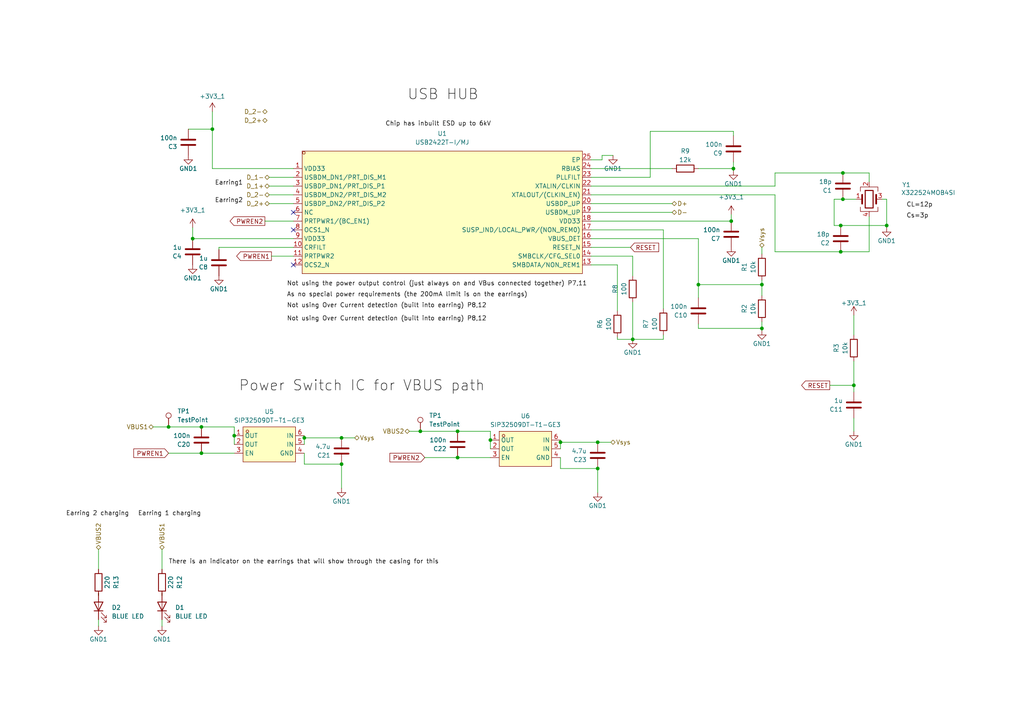
<source format=kicad_sch>
(kicad_sch (version 20230121) (generator eeschema)
  (paper "A4")
  (lib_symbols
    (symbol "Connector:TestPoint" (pin_numbers hide) (pin_names (offset 0.762) hide)
      (property "Reference" "TP" (at 0 6.858 0))
      (property "Value" "TestPoint" (at 0 5.08 0))
      (symbol "TestPoint_0_1"
        (circle (center 0 3.302) (radius 0.762))
      )
      (symbol "TestPoint_1_1"
        (pin passive line (at 0 0 90) (length 2.54) (name "1") (number "1"))
      )
    )
    (symbol "CustomPWR:+3V3_1" (power) (pin_names (offset 0))
      (property "Value" "+3V3_1" (at 0 3.556 0))
      (symbol "+3V3_1_0_1"
        (polyline (pts (xy -0.762 1.27) (xy 0 2.54)))
        (polyline (pts (xy 0 0) (xy 0 2.54)))
        (polyline (pts (xy 0 2.54) (xy 0.762 1.27)))
      )
      (symbol "+3V3_1_1_1"
        (pin power_in line (at 0 0 90) (length 0) hide (name "+3V3_1") (number "1"))
      )
    )
    (symbol "Device:C" (pin_numbers hide) (pin_names (offset 0.254))
      (property "Reference" "C" (at 0.635 2.54 0))
      (property "Value" "C" (at 0.635 -2.54 0))
      (symbol "C_0_1"
        (polyline (pts (xy -2.032 -0.762) (xy 2.032 -0.762)) (stroke (width 0.508)))
        (polyline (pts (xy -2.032 0.762) (xy 2.032 0.762)) (stroke (width 0.508)))
      )
      (symbol "C_1_1"
        (pin passive line (at 0 3.81 270) (length 2.794) (name "~") (number "1"))
        (pin passive line (at 0 -3.81 90) (length 2.794) (name "~") (number "2"))
      )
    )
    (symbol "Device:Crystal_GND24" (pin_names (offset 1.016) hide)
      (property "Reference" "Y" (at 3.175 5.08 0))
      (property "Value" "Crystal_GND24" (at 3.175 3.175 0))
      (symbol "Crystal_GND24_0_1"
        (rectangle (start -1.143 2.54) (end 1.143 -2.54) (stroke (width 0.3048)))
        (polyline (pts (xy -2.54 0) (xy -2.032 0)))
        (polyline (pts (xy -2.032 -1.27) (xy -2.032 1.27)) (stroke (width 0.508)))
        (polyline (pts (xy 0 -3.81) (xy 0 -3.556)))
        (polyline (pts (xy 0 3.556) (xy 0 3.81)))
        (polyline (pts (xy 2.032 -1.27) (xy 2.032 1.27)) (stroke (width 0.508)))
        (polyline (pts (xy 2.032 0) (xy 2.54 0)))
        (polyline (pts (xy -2.54 -2.286) (xy -2.54 -3.556) (xy 2.54 -3.556) (xy 2.54 -2.286)))
        (polyline (pts (xy -2.54 2.286) (xy -2.54 3.556) (xy 2.54 3.556) (xy 2.54 2.286)))
      )
      (symbol "Crystal_GND24_1_1"
        (pin passive line (at -3.81 0 0) (length 1.27) (name "1") (number "1"))
        (pin passive line (at 0 5.08 270) (length 1.27) (name "2") (number "2"))
        (pin passive line (at 3.81 0 180) (length 1.27) (name "3") (number "3"))
        (pin passive line (at 0 -5.08 90) (length 1.27) (name "4") (number "4"))
      )
    )
    (symbol "Device:LED" (pin_numbers hide) (pin_names (offset 1.016) hide)
      (property "Reference" "D" (at 0 2.54 0))
      (property "Value" "LED" (at 0 -2.54 0))
      (symbol "LED_0_1"
        (polyline (pts (xy -1.27 -1.27) (xy -1.27 1.27)) (stroke (width 0.254)))
        (polyline (pts (xy -1.27 0) (xy 1.27 0)))
        (polyline (pts (xy 1.27 -1.27) (xy 1.27 1.27) (xy -1.27 0) (xy 1.27 -1.27)) (stroke (width 0.254)))
        (polyline (pts (xy -3.048 -0.762) (xy -4.572 -2.286) (xy -3.81 -2.286) (xy -4.572 -2.286) (xy -4.572 -1.524)))
        (polyline (pts (xy -1.778 -0.762) (xy -3.302 -2.286) (xy -2.54 -2.286) (xy -3.302 -2.286) (xy -3.302 -1.524)))
      )
      (symbol "LED_1_1"
        (pin passive line (at -3.81 0 0) (length 2.54) (name "K") (number "1"))
        (pin passive line (at 3.81 0 180) (length 2.54) (name "A") (number "2"))
      )
    )
    (symbol "Device:R" (pin_numbers hide) (pin_names (offset 0))
      (property "Reference" "R" (at 2.032 0 90))
      (property "Value" "R" (at 0 0 90))
      (symbol "R_0_1"
        (rectangle (start -1.016 -2.54) (end 1.016 2.54) (stroke (width 0.254)))
      )
      (symbol "R_1_1"
        (pin passive line (at 0 3.81 270) (length 1.27) (name "~") (number "1"))
        (pin passive line (at 0 -3.81 90) (length 1.27) (name "~") (number "2"))
      )
    )
    (symbol "easyeda2kicad:SIP32509DT-T1-GE3"
      (property "Reference" "U" (at 0 7.62 0))
      (property "Value" "SIP32509DT-T1-GE3" (at 0 -7.62 0))
      (symbol "SIP32509DT-T1-GE3_0_1"
        (rectangle (start -7.62 5.08) (end 7.62 -5.08) (fill (type background)))
        (circle (center -6.35 3.81) (radius 0.38))
        (pin unspecified line (at -10.16 2.54 0) (length 2.54) (name "OUT") (number "1"))
        (pin unspecified line (at -10.16 0 0) (length 2.54) (name "OUT") (number "2"))
        (pin unspecified line (at -10.16 -2.54 0) (length 2.54) (name "EN") (number "3"))
        (pin unspecified line (at 10.16 -2.54 180) (length 2.54) (name "GND") (number "4"))
        (pin unspecified line (at 10.16 0 180) (length 2.54) (name "IN") (number "5"))
        (pin unspecified line (at 10.16 2.54 180) (length 2.54) (name "IN") (number "6"))
      )
    )
    (symbol "easyeda2kicad:USB2422T-I_MJ"
      (property "Reference" "U" (at 0 20.32 0))
      (property "Value" "USB2422T-I/MJ" (at 0 -20.32 0))
      (symbol "USB2422T-I_MJ_0_1"
        (rectangle (start -40.64 17.78) (end 40.64 -17.78) (fill (type background)))
        (circle (center -40.13 17.27) (radius 0.38))
        (pin unspecified line (at -43.18 12.7 0) (length 2.54) (name "VDD33") (number "1"))
        (pin unspecified line (at -43.18 -10.16 0) (length 2.54) (name "CRFILT") (number "10"))
        (pin unspecified line (at -43.18 -12.7 0) (length 2.54) (name "PRTPWR2") (number "11"))
        (pin unspecified line (at -43.18 -15.24 0) (length 2.54) (name "OCS2_N") (number "12"))
        (pin unspecified line (at 43.18 -15.24 180) (length 2.54) (name "SMBDATA/NON_REM1") (number "13"))
        (pin unspecified line (at 43.18 -12.7 180) (length 2.54) (name "SMBCLK/CFG_SEL0") (number "14"))
        (pin unspecified line (at 43.18 -10.16 180) (length 2.54) (name "RESET_N") (number "15"))
        (pin unspecified line (at 43.18 -7.62 180) (length 2.54) (name "VBUS_DET") (number "16"))
        (pin unspecified line (at 43.18 -5.08 180) (length 2.54) (name "SUSP_IND/LOCAL_PWR/(NON_REM0)") (number "17"))
        (pin unspecified line (at 43.18 -2.54 180) (length 2.54) (name "VDD33") (number "18"))
        (pin unspecified line (at 43.18 0 180) (length 2.54) (name "USBDM_UP") (number "19"))
        (pin unspecified line (at -43.18 10.16 0) (length 2.54) (name "USBDM_DN1/PRT_DIS_M1") (number "2"))
        (pin unspecified line (at 43.18 2.54 180) (length 2.54) (name "USBDP_UP") (number "20"))
        (pin unspecified line (at 43.18 5.08 180) (length 2.54) (name "XTALOUT/(CLKIN_EN)") (number "21"))
        (pin unspecified line (at 43.18 7.62 180) (length 2.54) (name "XTALIN/CLKIN") (number "22"))
        (pin unspecified line (at 43.18 10.16 180) (length 2.54) (name "PLLFILT") (number "23"))
        (pin unspecified line (at 43.18 12.7 180) (length 2.54) (name "RBIAS") (number "24"))
        (pin unspecified line (at 43.18 15.24 180) (length 2.54) (name "EP") (number "25"))
        (pin unspecified line (at -43.18 7.62 0) (length 2.54) (name "USBDP_DN1/PRT_DIS_P1") (number "3"))
        (pin unspecified line (at -43.18 5.08 0) (length 2.54) (name "USBDM_DN2/PRT_DIS_M2") (number "4"))
        (pin unspecified line (at -43.18 2.54 0) (length 2.54) (name "USBDP_DN2/PRT_DIS_P2") (number "5"))
        (pin unspecified line (at -43.18 0 0) (length 2.54) (name "NC") (number "6"))
        (pin unspecified line (at -43.18 -2.54 0) (length 2.54) (name "PRTPWR1/(BC_EN1)") (number "7"))
        (pin unspecified line (at -43.18 -5.08 0) (length 2.54) (name "OCS1_N") (number "8"))
        (pin unspecified line (at -43.18 -7.62 0) (length 2.54) (name "VDD33") (number "9"))
      )
    )
    (symbol "power:GND1" (power) (pin_names (offset 0))
      (property "Value" "GND1" (at 0 -3.81 0))
      (symbol "GND1_0_1"
        (polyline (pts (xy 0 0) (xy 0 -1.27) (xy 1.27 -1.27) (xy 0 -2.54) (xy -1.27 -1.27) (xy 0 -1.27)))
      )
      (symbol "GND1_1_1"
        (pin power_in line (at 0 0 270) (length 0) hide (name "GND1") (number "1"))
      )
    )
  )
  (junction (at 99.06 127))
  (junction (at 243.84 73.025))
  (junction (at 183.515 98.425))
  (junction (at 244.475 57.785))
  (junction (at 212.725 48.895))
  (junction (at 247.65 111.76))
  (junction (at 132.715 132.715))
  (junction (at 173.355 128.27))
  (junction (at 48.895 123.825))
  (junction (at 88.265 127))
  (junction (at 58.42 123.825))
  (junction (at 162.56 128.27))
  (junction (at 202.565 82.55))
  (junction (at 220.98 95.25))
  (junction (at 99.06 134.62))
  (junction (at 121.92 125.095))
  (junction (at 243.84 65.405))
  (junction (at 67.945 126.365))
  (junction (at 132.715 125.095))
  (junction (at 55.88 69.215))
  (junction (at 220.98 82.55))
  (junction (at 212.09 64.135))
  (junction (at 142.24 127.635))
  (junction (at 244.475 50.165))
  (junction (at 173.355 135.89))
  (junction (at 61.595 37.465))
  (junction (at 58.42 131.445))
  (junction (at 257.175 65.405))
  (no_connect (at 85.09 66.675))
  (no_connect (at 85.09 61.595))
  (no_connect (at 85.09 76.835))
  (wire (pts (xy 244.475 50.165) (xy 252.095 50.165)))
  (wire (pts (xy 247.65 111.76) (xy 247.65 104.775)))
  (wire (pts (xy 99.06 127) (xy 102.87 127)))
  (wire (pts (xy 220.98 95.885) (xy 220.98 95.25)))
  (wire (pts (xy 188.595 38.1) (xy 212.725 38.1)))
  (wire (pts (xy 55.88 66.04) (xy 55.88 69.215)))
  (wire (pts (xy 212.725 49.53) (xy 212.725 48.895)))
  (wire (pts (xy 67.945 123.825) (xy 67.945 126.365)))
  (wire (pts (xy 220.98 85.725) (xy 220.98 82.55)))
  (wire (pts (xy 171.45 59.055) (xy 194.945 59.055)))
  (wire (pts (xy 179.07 98.425) (xy 179.07 97.79)))
  (wire (pts (xy 220.98 95.25) (xy 220.98 93.345)))
  (wire (pts (xy 118.745 125.095) (xy 121.92 125.095)))
  (wire (pts (xy 171.45 61.595) (xy 194.945 61.595)))
  (wire (pts (xy 63.5 72.39) (xy 63.5 71.755)))
  (wire (pts (xy 220.98 73.66) (xy 220.98 71.755)))
  (wire (pts (xy 182.88 71.755) (xy 171.45 71.755)))
  (wire (pts (xy 171.45 74.295) (xy 183.515 74.295)))
  (wire (pts (xy 162.56 135.89) (xy 162.56 132.715)))
  (wire (pts (xy 188.595 51.435) (xy 188.595 38.1)))
  (wire (pts (xy 54.61 37.465) (xy 61.595 37.465)))
  (wire (pts (xy 248.285 57.785) (xy 244.475 57.785)))
  (wire (pts (xy 202.565 82.55) (xy 202.565 69.215)))
  (wire (pts (xy 220.98 81.28) (xy 220.98 82.55)))
  (wire (pts (xy 202.565 82.55) (xy 202.565 86.36)))
  (wire (pts (xy 55.88 69.215) (xy 85.09 69.215)))
  (wire (pts (xy 171.45 64.135) (xy 212.09 64.135)))
  (wire (pts (xy 46.99 159.385) (xy 46.99 165.1)))
  (wire (pts (xy 202.565 95.25) (xy 202.565 93.98)))
  (wire (pts (xy 88.265 127) (xy 88.265 128.905)))
  (wire (pts (xy 257.175 57.785) (xy 255.905 57.785)))
  (wire (pts (xy 247.65 91.44) (xy 247.65 97.155)))
  (wire (pts (xy 132.715 132.715) (xy 142.24 132.715)))
  (wire (pts (xy 244.475 57.785) (xy 241.935 57.785)))
  (wire (pts (xy 142.24 127.635) (xy 142.24 130.175)))
  (wire (pts (xy 171.45 48.895) (xy 194.945 48.895)))
  (wire (pts (xy 183.515 98.425) (xy 179.07 98.425)))
  (wire (pts (xy 247.65 111.76) (xy 247.65 113.665)))
  (wire (pts (xy 241.935 57.785) (xy 241.935 65.405)))
  (wire (pts (xy 162.56 128.27) (xy 162.56 130.175)))
  (wire (pts (xy 171.45 51.435) (xy 188.595 51.435)))
  (wire (pts (xy 224.79 73.025) (xy 243.84 73.025)))
  (wire (pts (xy 88.265 134.62) (xy 88.265 131.445)))
  (wire (pts (xy 183.515 80.01) (xy 183.515 74.295)))
  (wire (pts (xy 174.625 46.355) (xy 171.45 46.355)))
  (wire (pts (xy 192.405 97.155) (xy 192.405 98.425)))
  (wire (pts (xy 28.575 179.705) (xy 28.575 181.61)))
  (wire (pts (xy 243.84 65.405) (xy 257.175 65.405)))
  (wire (pts (xy 173.355 135.89) (xy 162.56 135.89)))
  (wire (pts (xy 202.565 95.25) (xy 220.98 95.25)))
  (wire (pts (xy 46.99 172.72) (xy 46.99 172.085)))
  (wire (pts (xy 78.105 56.515) (xy 85.09 56.515)))
  (wire (pts (xy 61.595 37.465) (xy 61.595 48.895)))
  (wire (pts (xy 240.665 111.76) (xy 247.65 111.76)))
  (wire (pts (xy 88.265 127) (xy 99.06 127)))
  (wire (pts (xy 48.895 123.825) (xy 58.42 123.825)))
  (wire (pts (xy 67.945 126.365) (xy 67.945 128.905)))
  (wire (pts (xy 132.715 125.095) (xy 142.24 125.095)))
  (wire (pts (xy 78.105 59.055) (xy 85.09 59.055)))
  (wire (pts (xy 61.595 32.385) (xy 61.595 37.465)))
  (wire (pts (xy 28.575 172.72) (xy 28.575 172.085)))
  (wire (pts (xy 174.625 45.085) (xy 174.625 46.355)))
  (wire (pts (xy 58.42 123.825) (xy 67.945 123.825)))
  (wire (pts (xy 171.45 66.675) (xy 192.405 66.675)))
  (wire (pts (xy 76.835 64.135) (xy 85.09 64.135)))
  (wire (pts (xy 252.095 73.025) (xy 252.095 62.865)))
  (wire (pts (xy 123.19 132.715) (xy 132.715 132.715)))
  (wire (pts (xy 243.84 73.025) (xy 252.095 73.025)))
  (wire (pts (xy 212.725 46.99) (xy 212.725 48.895)))
  (wire (pts (xy 224.79 50.165) (xy 244.475 50.165)))
  (wire (pts (xy 241.935 65.405) (xy 243.84 65.405)))
  (wire (pts (xy 224.79 73.025) (xy 224.79 56.515)))
  (wire (pts (xy 48.895 131.445) (xy 58.42 131.445)))
  (wire (pts (xy 257.175 65.405) (xy 257.175 57.785)))
  (wire (pts (xy 162.56 128.27) (xy 162.56 127.635)))
  (wire (pts (xy 44.45 123.825) (xy 48.895 123.825)))
  (wire (pts (xy 177.8 45.085) (xy 174.625 45.085)))
  (wire (pts (xy 171.45 69.215) (xy 202.565 69.215)))
  (wire (pts (xy 99.06 141.605) (xy 99.06 134.62)))
  (wire (pts (xy 212.725 38.1) (xy 212.725 39.37)))
  (wire (pts (xy 63.5 71.755) (xy 85.09 71.755)))
  (wire (pts (xy 171.45 56.515) (xy 224.79 56.515)))
  (wire (pts (xy 121.92 125.095) (xy 132.715 125.095)))
  (wire (pts (xy 162.56 128.27) (xy 173.355 128.27)))
  (wire (pts (xy 171.45 53.975) (xy 224.79 53.975)))
  (wire (pts (xy 192.405 89.535) (xy 192.405 66.675)))
  (wire (pts (xy 202.565 48.895) (xy 212.725 48.895)))
  (wire (pts (xy 78.74 74.295) (xy 85.09 74.295)))
  (wire (pts (xy 99.06 134.62) (xy 88.265 134.62)))
  (wire (pts (xy 88.265 127) (xy 88.265 126.365)))
  (wire (pts (xy 46.99 179.705) (xy 46.99 181.61)))
  (wire (pts (xy 252.095 50.165) (xy 252.095 52.705)))
  (wire (pts (xy 58.42 131.445) (xy 67.945 131.445)))
  (wire (pts (xy 28.575 159.385) (xy 28.575 165.1)))
  (wire (pts (xy 247.65 121.285) (xy 247.65 125.095)))
  (wire (pts (xy 224.79 50.165) (xy 224.79 53.975)))
  (wire (pts (xy 179.07 90.17) (xy 179.07 76.835)))
  (wire (pts (xy 212.09 62.23) (xy 212.09 64.135)))
  (wire (pts (xy 142.24 125.095) (xy 142.24 127.635)))
  (wire (pts (xy 192.405 98.425) (xy 183.515 98.425)))
  (wire (pts (xy 173.355 142.875) (xy 173.355 135.89)))
  (wire (pts (xy 78.105 51.435) (xy 85.09 51.435)))
  (wire (pts (xy 183.515 87.63) (xy 183.515 98.425)))
  (wire (pts (xy 257.175 66.04) (xy 257.175 65.405)))
  (wire (pts (xy 78.105 53.975) (xy 85.09 53.975)))
  (wire (pts (xy 85.09 48.895) (xy 61.595 48.895)))
  (wire (pts (xy 202.565 82.55) (xy 220.98 82.55)))
  (wire (pts (xy 171.45 76.835) (xy 179.07 76.835)))
  (wire (pts (xy 173.355 128.27) (xy 177.165 128.27)))
  (label "Earring2" (at 70.485 59.055 180))
  (label "USB HUB" (at 118.11 29.845 0) (effects (font (size 3 3))))
  (label "Cs=3p" (at 262.89 63.5 0))
  (label "Earring 2 charging" (at 37.465 149.86 180))
  (label "Not using Over Current detection (built into earring) P8,12" (at 83.185 93.345 0))
  (label "Earring 1 charging" (at 40.005 149.86 0))
  (label "Chip has inbuilt ESD up to 6kV" (at 111.76 36.83 0))
  (label "CL=12p" (at 262.89 60.325 0))
  (label "Not using the power output control (just always on and VBus connected together) P7,11" (at 83.185 83.185 0))
  (label "Power Switch IC for VBUS path" (at 69.215 114.3 0) (effects (font (size 3 3))))
  (label "There is an indicator on the earrings that will show through the casing for this" (at 48.895 163.83 0))
  (label "Earring1" (at 70.485 53.975 180))
  (label "As no special power requirements (the 200mA limit is on the earrings)" (at 83.185 86.36 0))
  (label "Not using Over Current detection (built into earring) P8,12" (at 83.185 89.535 0))
  (global_label "PWREN1" (shape output) (at 78.74 74.295 180) (property "Intersheetrefs" "${INTERSHEET_REFS}" (effects hide)))
  (global_label "PWREN1" (shape input) (at 48.895 131.445 180) (property "Intersheetrefs" "${INTERSHEET_REFS}" (effects hide)))
  (global_label "RESET" (shape input) (at 182.88 71.755 0) (property "Intersheetrefs" "${INTERSHEET_REFS}" (effects hide)))
  (global_label "PWREN2" (shape output) (at 76.835 64.135 180) (property "Intersheetrefs" "${INTERSHEET_REFS}" (effects hide)))
  (global_label "PWREN2" (shape input) (at 123.19 132.715 180) (property "Intersheetrefs" "${INTERSHEET_REFS}" (effects hide)))
  (global_label "RESET" (shape output) (at 240.665 111.76 180) (property "Intersheetrefs" "${INTERSHEET_REFS}" (effects hide)))
  (hierarchical_label "D_2+" (shape bidirectional) (at 77.47 34.925 180))
  (hierarchical_label "D_2-" (shape bidirectional) (at 78.105 56.515 180))
  (hierarchical_label "D-" (shape bidirectional) (at 194.945 61.595 0))
  (hierarchical_label "Vsys" (shape bidirectional) (at 220.98 71.755 90))
  (hierarchical_label "Vsys" (shape bidirectional) (at 102.87 127 0))
  (hierarchical_label "D_1-" (shape bidirectional) (at 78.105 51.435 180))
  (hierarchical_label "D_2-" (shape bidirectional) (at 77.47 32.385 180))
  (hierarchical_label "D_1+" (shape bidirectional) (at 78.105 53.975 180))
  (hierarchical_label "D+" (shape bidirectional) (at 194.945 59.055 0))
  (hierarchical_label "VBUS1" (shape bidirectional) (at 44.45 123.825 180))
  (hierarchical_label "D_2+" (shape bidirectional) (at 78.105 59.055 180))
  (hierarchical_label "VBUS1" (shape bidirectional) (at 46.99 159.385 90))
  (hierarchical_label "VBUS2" (shape bidirectional) (at 28.575 159.385 90))
  (hierarchical_label "VBUS2" (shape bidirectional) (at 118.745 125.095 180))
  (hierarchical_label "Vsys" (shape bidirectional) (at 177.165 128.27 0))
  (symbol (lib_id "Device:R") (at 28.575 168.91 0) (unit 1)
    (property "Reference" "R13" (at 33.655 168.91 90))
    (property "Value" "220" (at 31.115 168.91 90))
    (property "Footprint" "Resistor_SMD:R_0402_1005Metric_Pad0.72x0.64mm_HandSolder" (effects hide))
    (property "LCSC Part" "C112291" (effects hide))
  )
  (symbol (lib_id "easyeda2kicad:SIP32509DT-T1-GE3") (at 152.4 130.175 0) (unit 1)
    (property "Reference" "U6" (at 152.4 120.65 0))
    (property "Value" "SIP32509DT-T1-GE3" (at 152.4 123.19 0))
    (property "Footprint" "Package_TO_SOT_SMD:SOT-23-6_Handsoldering" (effects hide))
    (property "Datasheet" "https://lcsc.com/product-detail/Others_Vishay-Intertech-SIP32509DT-T1-GE3_C335619.html" (effects hide))
    (property "LCSC Part" "C335619" (effects hide))
  )
  (symbol (lib_id "Connector:TestPoint") (at 121.92 125.095 0) (unit 1)
    (property "Reference" "TP1" (at 124.46 120.523 0) (effects (justify left)))
    (property "Value" "TestPoint" (at 124.46 123.063 0) (effects (justify left)))
    (property "Footprint" "TestPoint:TestPoint_Pad_D1.0mm" (effects hide))
  )
  (symbol (lib_id "Device:C") (at 212.09 67.945 180) (unit 1)
    (property "Reference" "C7" (at 208.915 69.215 0) (effects (justify left)))
    (property "Value" "100n" (at 208.915 66.675 0) (effects (justify left)))
    (property "Footprint" "Capacitor_SMD:C_0402_1005Metric_Pad0.74x0.62mm_HandSolder" (effects hide))
    (property "LCSC Part" "C60474 " (effects hide))
  )
  (symbol (lib_id "Device:C") (at 54.61 41.275 180) (unit 1)
    (property "Reference" "C3" (at 51.435 42.545 0) (effects (justify left)))
    (property "Value" "100n" (at 51.435 40.005 0) (effects (justify left)))
    (property "Footprint" "Capacitor_SMD:C_0402_1005Metric_Pad0.74x0.62mm_HandSolder" (effects hide))
    (property "LCSC Part" "C60474 " (effects hide))
  )
  (symbol (lib_id "Device:R") (at 46.99 168.91 0) (unit 1)
    (property "Reference" "R12" (at 52.07 168.91 90))
    (property "Value" "220" (at 49.53 168.91 90))
    (property "Footprint" "Resistor_SMD:R_0402_1005Metric_Pad0.72x0.64mm_HandSolder" (effects hide))
    (property "LCSC Part" "C112291" (effects hide))
  )
  (symbol (lib_id "Device:R") (at 247.65 100.965 180) (unit 1)
    (property "Reference" "R3" (at 242.57 100.965 90))
    (property "Value" "10k" (at 245.11 100.965 90))
    (property "Footprint" "Resistor_SMD:R_0402_1005Metric_Pad0.72x0.64mm_HandSolder" (effects hide))
    (property "LCSC Part" "C60490 " (effects hide))
  )
  (symbol (lib_id "Connector:TestPoint") (at 48.895 123.825 0) (unit 1)
    (property "Reference" "TP1" (at 51.435 119.253 0) (effects (justify left)))
    (property "Value" "TestPoint" (at 51.435 121.793 0) (effects (justify left)))
    (property "Footprint" "TestPoint:TestPoint_Pad_D1.0mm" (effects hide))
  )
  (symbol (lib_id "power:GND1") (at 257.175 66.04 0) (unit 1)
    (property "Reference" "#PWR?" (effects hide))
    (property "Value" "GND1" (at 257.175 69.85 0))
  )
  (symbol (lib_id "easyeda2kicad:USB2422T-I_MJ") (at 128.27 61.595 0) (unit 1)
    (property "Reference" "U1" (at 128.27 38.735 0))
    (property "Value" "USB2422T-I/MJ" (at 128.27 41.275 0))
    (property "Footprint" "Package_DFN_QFN:HVQFN-24-1EP_4x4mm_P0.5mm_EP2.5x2.5mm_ThermalVias" (effects hide))
    (property "LCSC Part" "C622610" (effects hide))
  )
  (symbol (lib_id "Device:C") (at 173.355 132.08 180) (unit 1)
    (property "Reference" "C23" (at 170.18 133.35 0) (effects (justify left)))
    (property "Value" "4.7u" (at 170.18 130.81 0) (effects (justify left)))
    (property "Footprint" "Capacitor_SMD:C_0402_1005Metric_Pad0.74x0.62mm_HandSolder" (effects hide))
  )
  (symbol (lib_id "power:GND1") (at 173.355 142.875 0) (unit 1)
    (property "Reference" "#PWR?" (effects hide))
    (property "Value" "GND1" (at 173.355 146.685 0))
  )
  (symbol (lib_id "CustomPWR:+3V3_1") (at 55.88 66.04 0) (mirror y) (unit 1)
    (property "Reference" "#PWR05" (effects hide))
    (property "Value" "+3V3_1" (at 55.88 60.96 0))
  )
  (symbol (lib_id "Device:R") (at 198.755 48.895 270) (mirror x) (unit 1)
    (property "Reference" "R9" (at 198.755 43.815 90))
    (property "Value" "12k" (at 198.755 46.355 90))
    (property "Footprint" "Resistor_SMD:R_0402_1005Metric_Pad0.72x0.64mm_HandSolder" (effects hide))
    (property "LCSC Part" "C137923" (effects hide))
  )
  (symbol (lib_id "Device:R") (at 220.98 89.535 180) (unit 1)
    (property "Reference" "R2" (at 215.9 89.535 90))
    (property "Value" "10k" (at 218.44 89.535 90))
    (property "Footprint" "Resistor_SMD:R_0402_1005Metric_Pad0.72x0.64mm_HandSolder" (effects hide))
  )
  (symbol (lib_id "Device:Crystal_GND24") (at 252.095 57.785 0) (unit 1)
    (property "Reference" "Y1" (at 262.89 53.5941 0))
    (property "Value" "X322524MOB4SI" (at 269.24 55.88 0))
    (property "Footprint" "easyeda2kicad:CRYSTAL-SMD_4P-L3.2-W2.5-BL" (effects hide))
    (property "LCSC Part" "C70590 " (effects hide))
  )
  (symbol (lib_id "power:GND1") (at 177.8 45.085 0) (unit 1)
    (property "Reference" "#PWR?" (effects hide))
    (property "Value" "GND1" (at 177.8 48.895 0))
  )
  (symbol (lib_id "Device:C") (at 63.5 76.2 180) (unit 1)
    (property "Reference" "C8" (at 60.325 77.47 0) (effects (justify left)))
    (property "Value" "1u" (at 60.325 74.93 0) (effects (justify left)))
    (property "Footprint" "Capacitor_SMD:C_0402_1005Metric_Pad0.74x0.62mm_HandSolder" (effects hide))
    (property "LCSC Part" "C14445 " (effects hide))
  )
  (symbol (lib_id "Device:C") (at 55.88 73.025 180) (unit 1)
    (property "Reference" "C4" (at 52.705 74.295 0) (effects (justify left)))
    (property "Value" "1u" (at 52.705 71.755 0) (effects (justify left)))
    (property "Footprint" "Capacitor_SMD:C_0402_1005Metric_Pad0.74x0.62mm_HandSolder" (effects hide))
    (property "LCSC Part" "C14445 " (effects hide))
  )
  (symbol (lib_id "power:GND1") (at 220.98 95.885 0) (unit 1)
    (property "Reference" "#PWR?" (effects hide))
    (property "Value" "GND1" (at 220.98 99.695 0))
  )
  (symbol (lib_id "Device:C") (at 202.565 90.17 180) (unit 1)
    (property "Reference" "C10" (at 199.39 91.44 0) (effects (justify left)))
    (property "Value" "100n" (at 199.39 88.9 0) (effects (justify left)))
    (property "Footprint" "Capacitor_SMD:C_0402_1005Metric_Pad0.74x0.62mm_HandSolder" (effects hide))
  )
  (symbol (lib_id "Device:C") (at 132.715 128.905 180) (unit 1)
    (property "Reference" "C22" (at 129.54 130.175 0) (effects (justify left)))
    (property "Value" "100n" (at 129.54 127.635 0) (effects (justify left)))
    (property "Footprint" "Capacitor_SMD:C_0402_1005Metric_Pad0.74x0.62mm_HandSolder" (effects hide))
    (property "LCSC Part" "C60474 " (effects hide))
  )
  (symbol (lib_id "power:GND1") (at 28.575 181.61 0) (unit 1)
    (property "Reference" "#PWR?" (effects hide))
    (property "Value" "GND1" (at 28.575 185.42 0))
  )
  (symbol (lib_id "Device:C") (at 247.65 117.475 180) (unit 1)
    (property "Reference" "C11" (at 244.475 118.745 0) (effects (justify left)))
    (property "Value" "1u" (at 244.475 116.205 0) (effects (justify left)))
    (property "Footprint" "Capacitor_SMD:C_0402_1005Metric_Pad0.74x0.62mm_HandSolder" (effects hide))
    (property "LCSC Part" "C14445 " (effects hide))
  )
  (symbol (lib_id "power:GND1") (at 247.65 125.095 0) (unit 1)
    (property "Reference" "#PWR?" (effects hide))
    (property "Value" "GND1" (at 247.65 128.905 0))
  )
  (symbol (lib_id "CustomPWR:+3V3_1") (at 212.09 62.23 0) (mirror y) (unit 1)
    (property "Reference" "#PWR04" (effects hide))
    (property "Value" "+3V3_1" (at 212.09 57.15 0))
  )
  (symbol (lib_id "Device:R") (at 179.07 93.98 180) (unit 1)
    (property "Reference" "R6" (at 173.99 93.98 90))
    (property "Value" "100" (at 176.53 93.98 90))
    (property "Footprint" "Resistor_SMD:R_0402_1005Metric_Pad0.72x0.64mm_HandSolder" (effects hide))
    (property "LCSC Part" "C3015757 " (effects hide))
  )
  (symbol (lib_id "Device:R") (at 183.515 83.82 180) (unit 1)
    (property "Reference" "R8" (at 178.435 83.82 90))
    (property "Value" "100" (at 180.975 83.82 90))
    (property "Footprint" "Resistor_SMD:R_0402_1005Metric_Pad0.72x0.64mm_HandSolder" (effects hide))
    (property "LCSC Part" "C3015757 " (effects hide))
  )
  (symbol (lib_id "power:GND1") (at 55.88 76.835 0) (unit 1)
    (property "Reference" "#PWR?" (effects hide))
    (property "Value" "GND1" (at 55.88 80.645 0))
  )
  (symbol (lib_id "Device:C") (at 212.725 43.18 180) (unit 1)
    (property "Reference" "C9" (at 209.55 44.45 0) (effects (justify left)))
    (property "Value" "100n" (at 209.55 41.91 0) (effects (justify left)))
    (property "Footprint" "Capacitor_SMD:C_0402_1005Metric_Pad0.74x0.62mm_HandSolder" (effects hide))
    (property "LCSC Part" "C60474 " (effects hide))
  )
  (symbol (lib_id "power:GND1") (at 46.99 181.61 0) (unit 1)
    (property "Reference" "#PWR?" (effects hide))
    (property "Value" "GND1" (at 46.99 185.42 0))
  )
  (symbol (lib_id "Device:C") (at 58.42 127.635 180) (unit 1)
    (property "Reference" "C20" (at 55.245 128.905 0) (effects (justify left)))
    (property "Value" "100n" (at 55.245 126.365 0) (effects (justify left)))
    (property "Footprint" "Capacitor_SMD:C_0402_1005Metric_Pad0.74x0.62mm_HandSolder" (effects hide))
    (property "LCSC Part" "C60474 " (effects hide))
  )
  (symbol (lib_id "easyeda2kicad:SIP32509DT-T1-GE3") (at 78.105 128.905 0) (unit 1)
    (property "Reference" "U5" (at 78.105 119.38 0))
    (property "Value" "SIP32509DT-T1-GE3" (at 78.105 121.92 0))
    (property "Footprint" "Package_TO_SOT_SMD:SOT-23-6_Handsoldering" (effects hide))
    (property "Datasheet" "https://lcsc.com/product-detail/Others_Vishay-Intertech-SIP32509DT-T1-GE3_C335619.html" (effects hide))
    (property "LCSC Part" "C335619" (effects hide))
  )
  (symbol (lib_id "CustomPWR:+3V3_1") (at 61.595 32.385 0) (mirror y) (unit 1)
    (property "Reference" "#PWR018" (effects hide))
    (property "Value" "+3V3_1" (at 61.595 27.94 0))
  )
  (symbol (lib_id "power:GND1") (at 212.725 49.53 0) (unit 1)
    (property "Reference" "#PWR?" (effects hide))
    (property "Value" "GND1" (at 212.725 53.34 0))
  )
  (symbol (lib_id "Device:R") (at 192.405 93.345 180) (unit 1)
    (property "Reference" "R7" (at 187.325 93.98 90))
    (property "Value" "100" (at 189.865 93.98 90))
    (property "Footprint" "Resistor_SMD:R_0402_1005Metric_Pad0.72x0.64mm_HandSolder" (effects hide))
    (property "LCSC Part" "C3015757 " (effects hide))
  )
  (symbol (lib_id "Device:C") (at 99.06 130.81 180) (unit 1)
    (property "Reference" "C21" (at 95.885 132.08 0) (effects (justify left)))
    (property "Value" "4.7u" (at 95.885 129.54 0) (effects (justify left)))
    (property "Footprint" "Capacitor_SMD:C_0402_1005Metric_Pad0.74x0.62mm_HandSolder" (effects hide))
  )
  (symbol (lib_id "Device:R") (at 220.98 77.47 180) (unit 1)
    (property "Reference" "R1" (at 215.9 77.47 90))
    (property "Value" "10k" (at 218.44 77.47 90))
    (property "Footprint" "Resistor_SMD:R_0402_1005Metric_Pad0.72x0.64mm_HandSolder" (effects hide))
  )
  (symbol (lib_id "Device:C") (at 243.84 69.215 180) (unit 1)
    (property "Reference" "C2" (at 240.665 70.485 0) (effects (justify left)))
    (property "Value" "18p" (at 240.665 67.945 0) (effects (justify left)))
    (property "Footprint" "Capacitor_SMD:C_0402_1005Metric_Pad0.74x0.62mm_HandSolder" (effects hide))
    (property "LCSC Part" "C5137554" (effects hide))
  )
  (symbol (lib_id "CustomPWR:+3V3_1") (at 247.65 91.44 0) (unit 1)
    (property "Reference" "#PWR014" (effects hide))
    (property "Value" "+3V3_1" (at 247.65 87.884 0))
  )
  (symbol (lib_id "power:GND1") (at 63.5 80.01 0) (unit 1)
    (property "Reference" "#PWR?" (effects hide))
    (property "Value" "GND1" (at 63.5 83.82 0))
  )
  (symbol (lib_id "Device:LED") (at 28.575 175.895 90) (unit 1)
    (property "Reference" "D2" (at 32.385 176.2125 90) (effects (justify right)))
    (property "Value" "BLUE LED" (at 32.385 178.7525 90) (effects (justify right)))
    (property "Footprint" "LED_SMD:LED_0603_1608Metric_Pad1.05x0.95mm_HandSolder" (effects hide))
    (property "LCSC Part" "C7371904 " (effects hide))
  )
  (symbol (lib_id "power:GND1") (at 99.06 141.605 0) (unit 1)
    (property "Reference" "#PWR?" (effects hide))
    (property "Value" "GND1" (at 99.06 145.415 0))
  )
  (symbol (lib_id "Device:C") (at 244.475 53.975 180) (unit 1)
    (property "Reference" "C1" (at 241.3 55.245 0) (effects (justify left)))
    (property "Value" "18p" (at 241.3 52.705 0) (effects (justify left)))
    (property "Footprint" "Capacitor_SMD:C_0402_1005Metric_Pad0.74x0.62mm_HandSolder" (effects hide))
    (property "LCSC Part" "C5137554" (effects hide))
  )
  (symbol (lib_id "Device:LED") (at 46.99 175.895 90) (unit 1)
    (property "Reference" "D1" (at 50.8 176.2125 90) (effects (justify right)))
    (property "Value" "BLUE LED" (at 50.8 178.7525 90) (effects (justify right)))
    (property "Footprint" "LED_SMD:LED_0603_1608Metric_Pad1.05x0.95mm_HandSolder" (effects hide))
    (property "LCSC Part" "C7371904 " (effects hide))
  )
  (symbol (lib_id "power:GND1") (at 183.515 98.425 0) (unit 1)
    (property "Reference" "#PWR?" (effects hide))
    (property "Value" "GND1" (at 183.515 102.235 0))
  )
  (symbol (lib_id "power:GND1") (at 54.61 45.085 0) (unit 1)
    (property "Reference" "#PWR?" (effects hide))
    (property "Value" "GND1" (at 54.61 48.895 0))
  )
  (symbol (lib_id "power:GND1") (at 212.09 71.755 0) (unit 1)
    (property "Reference" "#PWR?" (effects hide))
    (property "Value" "GND1" (at 212.09 75.565 0))
  )
)
</source>
